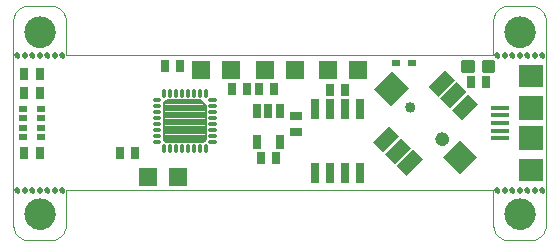
<source format=gts>
G75*
%MOIN*%
%OFA0B0*%
%FSLAX24Y24*%
%IPPOS*%
%LPD*%
%AMOC8*
5,1,8,0,0,1.08239X$1,22.5*
%
%ADD10C,0.0000*%
%ADD11C,0.1040*%
%ADD12C,0.0190*%
%ADD13R,0.0768X0.0473*%
%ADD14R,0.0827X0.0788*%
%ADD15C,0.0335*%
%ADD16C,0.0453*%
%ADD17R,0.0591X0.0178*%
%ADD18R,0.0788X0.0749*%
%ADD19R,0.0788X0.0788*%
%ADD20R,0.0276X0.0650*%
%ADD21R,0.0257X0.0512*%
%ADD22C,0.0130*%
%ADD23R,0.0640X0.0640*%
%ADD24R,0.0316X0.0237*%
%ADD25R,0.0316X0.0394*%
%ADD26R,0.0394X0.0316*%
%ADD27C,0.0138*%
%ADD28C,0.0079*%
%ADD29R,0.0316X0.0217*%
D10*
X004943Y002737D02*
X005693Y002737D01*
X005737Y002739D01*
X005780Y002745D01*
X005822Y002754D01*
X005864Y002767D01*
X005904Y002784D01*
X005943Y002804D01*
X005980Y002827D01*
X006014Y002854D01*
X006047Y002883D01*
X006076Y002916D01*
X006103Y002950D01*
X006126Y002987D01*
X006146Y003026D01*
X006163Y003066D01*
X006176Y003108D01*
X006185Y003150D01*
X006191Y003193D01*
X006193Y003237D01*
X006193Y004393D01*
X020443Y004393D01*
X020443Y003237D01*
X020445Y003193D01*
X020451Y003150D01*
X020460Y003108D01*
X020473Y003066D01*
X020490Y003026D01*
X020510Y002987D01*
X020533Y002950D01*
X020560Y002916D01*
X020589Y002883D01*
X020622Y002854D01*
X020656Y002827D01*
X020693Y002804D01*
X020732Y002784D01*
X020772Y002767D01*
X020814Y002754D01*
X020856Y002745D01*
X020899Y002739D01*
X020943Y002737D01*
X021693Y002737D01*
X021737Y002739D01*
X021780Y002745D01*
X021822Y002754D01*
X021864Y002767D01*
X021904Y002784D01*
X021943Y002804D01*
X021980Y002827D01*
X022014Y002854D01*
X022047Y002883D01*
X022076Y002916D01*
X022103Y002950D01*
X022126Y002987D01*
X022146Y003026D01*
X022163Y003066D01*
X022176Y003108D01*
X022185Y003150D01*
X022191Y003193D01*
X022193Y003237D01*
X022193Y010050D01*
X022191Y010094D01*
X022185Y010137D01*
X022176Y010179D01*
X022163Y010221D01*
X022146Y010261D01*
X022126Y010300D01*
X022103Y010337D01*
X022076Y010371D01*
X022047Y010404D01*
X022014Y010433D01*
X021980Y010460D01*
X021943Y010483D01*
X021904Y010503D01*
X021864Y010520D01*
X021822Y010533D01*
X021780Y010542D01*
X021737Y010548D01*
X021693Y010550D01*
X020943Y010550D01*
X020899Y010548D01*
X020856Y010542D01*
X020814Y010533D01*
X020772Y010520D01*
X020732Y010503D01*
X020693Y010483D01*
X020656Y010460D01*
X020622Y010433D01*
X020589Y010404D01*
X020560Y010371D01*
X020533Y010337D01*
X020510Y010300D01*
X020490Y010261D01*
X020473Y010221D01*
X020460Y010179D01*
X020451Y010137D01*
X020445Y010094D01*
X020443Y010050D01*
X020443Y008893D01*
X006193Y008893D01*
X006193Y010050D01*
X006191Y010094D01*
X006185Y010137D01*
X006176Y010179D01*
X006163Y010221D01*
X006146Y010261D01*
X006126Y010300D01*
X006103Y010337D01*
X006076Y010371D01*
X006047Y010404D01*
X006014Y010433D01*
X005980Y010460D01*
X005943Y010483D01*
X005904Y010503D01*
X005864Y010520D01*
X005822Y010533D01*
X005780Y010542D01*
X005737Y010548D01*
X005693Y010550D01*
X004943Y010550D01*
X004899Y010548D01*
X004856Y010542D01*
X004814Y010533D01*
X004772Y010520D01*
X004732Y010503D01*
X004693Y010483D01*
X004656Y010460D01*
X004622Y010433D01*
X004589Y010404D01*
X004560Y010371D01*
X004533Y010337D01*
X004510Y010300D01*
X004490Y010261D01*
X004473Y010221D01*
X004460Y010179D01*
X004451Y010137D01*
X004445Y010094D01*
X004443Y010050D01*
X004443Y003237D01*
X004445Y003193D01*
X004451Y003150D01*
X004460Y003108D01*
X004473Y003066D01*
X004490Y003026D01*
X004510Y002987D01*
X004533Y002950D01*
X004560Y002916D01*
X004589Y002883D01*
X004622Y002854D01*
X004656Y002827D01*
X004693Y002804D01*
X004732Y002784D01*
X004772Y002767D01*
X004814Y002754D01*
X004856Y002745D01*
X004899Y002739D01*
X004943Y002737D01*
X004818Y003612D02*
X004820Y003656D01*
X004826Y003700D01*
X004836Y003743D01*
X004849Y003785D01*
X004866Y003826D01*
X004887Y003865D01*
X004911Y003902D01*
X004938Y003937D01*
X004968Y003969D01*
X005001Y003999D01*
X005037Y004025D01*
X005074Y004049D01*
X005114Y004068D01*
X005155Y004085D01*
X005198Y004097D01*
X005241Y004106D01*
X005285Y004111D01*
X005329Y004112D01*
X005373Y004109D01*
X005417Y004102D01*
X005460Y004091D01*
X005502Y004077D01*
X005542Y004059D01*
X005581Y004037D01*
X005617Y004013D01*
X005651Y003985D01*
X005683Y003954D01*
X005712Y003920D01*
X005738Y003884D01*
X005760Y003846D01*
X005779Y003806D01*
X005794Y003764D01*
X005806Y003722D01*
X005814Y003678D01*
X005818Y003634D01*
X005818Y003590D01*
X005814Y003546D01*
X005806Y003502D01*
X005794Y003460D01*
X005779Y003418D01*
X005760Y003378D01*
X005738Y003340D01*
X005712Y003304D01*
X005683Y003270D01*
X005651Y003239D01*
X005617Y003211D01*
X005581Y003187D01*
X005542Y003165D01*
X005502Y003147D01*
X005460Y003133D01*
X005417Y003122D01*
X005373Y003115D01*
X005329Y003112D01*
X005285Y003113D01*
X005241Y003118D01*
X005198Y003127D01*
X005155Y003139D01*
X005114Y003156D01*
X005074Y003175D01*
X005037Y003199D01*
X005001Y003225D01*
X004968Y003255D01*
X004938Y003287D01*
X004911Y003322D01*
X004887Y003359D01*
X004866Y003398D01*
X004849Y003439D01*
X004836Y003481D01*
X004826Y003524D01*
X004820Y003568D01*
X004818Y003612D01*
X004743Y004393D02*
X004745Y004410D01*
X004750Y004426D01*
X004759Y004440D01*
X004771Y004452D01*
X004785Y004461D01*
X004801Y004466D01*
X004818Y004468D01*
X004835Y004466D01*
X004851Y004461D01*
X004865Y004452D01*
X004877Y004440D01*
X004886Y004426D01*
X004891Y004410D01*
X004893Y004393D01*
X004891Y004376D01*
X004886Y004360D01*
X004877Y004346D01*
X004865Y004334D01*
X004851Y004325D01*
X004835Y004320D01*
X004818Y004318D01*
X004801Y004320D01*
X004785Y004325D01*
X004771Y004334D01*
X004759Y004346D01*
X004750Y004360D01*
X004745Y004376D01*
X004743Y004393D01*
X004493Y004393D02*
X004495Y004410D01*
X004500Y004426D01*
X004509Y004440D01*
X004521Y004452D01*
X004535Y004461D01*
X004551Y004466D01*
X004568Y004468D01*
X004585Y004466D01*
X004601Y004461D01*
X004615Y004452D01*
X004627Y004440D01*
X004636Y004426D01*
X004641Y004410D01*
X004643Y004393D01*
X004641Y004376D01*
X004636Y004360D01*
X004627Y004346D01*
X004615Y004334D01*
X004601Y004325D01*
X004585Y004320D01*
X004568Y004318D01*
X004551Y004320D01*
X004535Y004325D01*
X004521Y004334D01*
X004509Y004346D01*
X004500Y004360D01*
X004495Y004376D01*
X004493Y004393D01*
X004993Y004393D02*
X004995Y004410D01*
X005000Y004426D01*
X005009Y004440D01*
X005021Y004452D01*
X005035Y004461D01*
X005051Y004466D01*
X005068Y004468D01*
X005085Y004466D01*
X005101Y004461D01*
X005115Y004452D01*
X005127Y004440D01*
X005136Y004426D01*
X005141Y004410D01*
X005143Y004393D01*
X005141Y004376D01*
X005136Y004360D01*
X005127Y004346D01*
X005115Y004334D01*
X005101Y004325D01*
X005085Y004320D01*
X005068Y004318D01*
X005051Y004320D01*
X005035Y004325D01*
X005021Y004334D01*
X005009Y004346D01*
X005000Y004360D01*
X004995Y004376D01*
X004993Y004393D01*
X005243Y004393D02*
X005245Y004410D01*
X005250Y004426D01*
X005259Y004440D01*
X005271Y004452D01*
X005285Y004461D01*
X005301Y004466D01*
X005318Y004468D01*
X005335Y004466D01*
X005351Y004461D01*
X005365Y004452D01*
X005377Y004440D01*
X005386Y004426D01*
X005391Y004410D01*
X005393Y004393D01*
X005391Y004376D01*
X005386Y004360D01*
X005377Y004346D01*
X005365Y004334D01*
X005351Y004325D01*
X005335Y004320D01*
X005318Y004318D01*
X005301Y004320D01*
X005285Y004325D01*
X005271Y004334D01*
X005259Y004346D01*
X005250Y004360D01*
X005245Y004376D01*
X005243Y004393D01*
X005493Y004393D02*
X005495Y004410D01*
X005500Y004426D01*
X005509Y004440D01*
X005521Y004452D01*
X005535Y004461D01*
X005551Y004466D01*
X005568Y004468D01*
X005585Y004466D01*
X005601Y004461D01*
X005615Y004452D01*
X005627Y004440D01*
X005636Y004426D01*
X005641Y004410D01*
X005643Y004393D01*
X005641Y004376D01*
X005636Y004360D01*
X005627Y004346D01*
X005615Y004334D01*
X005601Y004325D01*
X005585Y004320D01*
X005568Y004318D01*
X005551Y004320D01*
X005535Y004325D01*
X005521Y004334D01*
X005509Y004346D01*
X005500Y004360D01*
X005495Y004376D01*
X005493Y004393D01*
X005743Y004393D02*
X005745Y004410D01*
X005750Y004426D01*
X005759Y004440D01*
X005771Y004452D01*
X005785Y004461D01*
X005801Y004466D01*
X005818Y004468D01*
X005835Y004466D01*
X005851Y004461D01*
X005865Y004452D01*
X005877Y004440D01*
X005886Y004426D01*
X005891Y004410D01*
X005893Y004393D01*
X005891Y004376D01*
X005886Y004360D01*
X005877Y004346D01*
X005865Y004334D01*
X005851Y004325D01*
X005835Y004320D01*
X005818Y004318D01*
X005801Y004320D01*
X005785Y004325D01*
X005771Y004334D01*
X005759Y004346D01*
X005750Y004360D01*
X005745Y004376D01*
X005743Y004393D01*
X005993Y004393D02*
X005995Y004410D01*
X006000Y004426D01*
X006009Y004440D01*
X006021Y004452D01*
X006035Y004461D01*
X006051Y004466D01*
X006068Y004468D01*
X006085Y004466D01*
X006101Y004461D01*
X006115Y004452D01*
X006127Y004440D01*
X006136Y004426D01*
X006141Y004410D01*
X006143Y004393D01*
X006141Y004376D01*
X006136Y004360D01*
X006127Y004346D01*
X006115Y004334D01*
X006101Y004325D01*
X006085Y004320D01*
X006068Y004318D01*
X006051Y004320D01*
X006035Y004325D01*
X006021Y004334D01*
X006009Y004346D01*
X006000Y004360D01*
X005995Y004376D01*
X005993Y004393D01*
X005993Y008893D02*
X005995Y008910D01*
X006000Y008926D01*
X006009Y008940D01*
X006021Y008952D01*
X006035Y008961D01*
X006051Y008966D01*
X006068Y008968D01*
X006085Y008966D01*
X006101Y008961D01*
X006115Y008952D01*
X006127Y008940D01*
X006136Y008926D01*
X006141Y008910D01*
X006143Y008893D01*
X006141Y008876D01*
X006136Y008860D01*
X006127Y008846D01*
X006115Y008834D01*
X006101Y008825D01*
X006085Y008820D01*
X006068Y008818D01*
X006051Y008820D01*
X006035Y008825D01*
X006021Y008834D01*
X006009Y008846D01*
X006000Y008860D01*
X005995Y008876D01*
X005993Y008893D01*
X005743Y008893D02*
X005745Y008910D01*
X005750Y008926D01*
X005759Y008940D01*
X005771Y008952D01*
X005785Y008961D01*
X005801Y008966D01*
X005818Y008968D01*
X005835Y008966D01*
X005851Y008961D01*
X005865Y008952D01*
X005877Y008940D01*
X005886Y008926D01*
X005891Y008910D01*
X005893Y008893D01*
X005891Y008876D01*
X005886Y008860D01*
X005877Y008846D01*
X005865Y008834D01*
X005851Y008825D01*
X005835Y008820D01*
X005818Y008818D01*
X005801Y008820D01*
X005785Y008825D01*
X005771Y008834D01*
X005759Y008846D01*
X005750Y008860D01*
X005745Y008876D01*
X005743Y008893D01*
X005493Y008893D02*
X005495Y008910D01*
X005500Y008926D01*
X005509Y008940D01*
X005521Y008952D01*
X005535Y008961D01*
X005551Y008966D01*
X005568Y008968D01*
X005585Y008966D01*
X005601Y008961D01*
X005615Y008952D01*
X005627Y008940D01*
X005636Y008926D01*
X005641Y008910D01*
X005643Y008893D01*
X005641Y008876D01*
X005636Y008860D01*
X005627Y008846D01*
X005615Y008834D01*
X005601Y008825D01*
X005585Y008820D01*
X005568Y008818D01*
X005551Y008820D01*
X005535Y008825D01*
X005521Y008834D01*
X005509Y008846D01*
X005500Y008860D01*
X005495Y008876D01*
X005493Y008893D01*
X005243Y008893D02*
X005245Y008910D01*
X005250Y008926D01*
X005259Y008940D01*
X005271Y008952D01*
X005285Y008961D01*
X005301Y008966D01*
X005318Y008968D01*
X005335Y008966D01*
X005351Y008961D01*
X005365Y008952D01*
X005377Y008940D01*
X005386Y008926D01*
X005391Y008910D01*
X005393Y008893D01*
X005391Y008876D01*
X005386Y008860D01*
X005377Y008846D01*
X005365Y008834D01*
X005351Y008825D01*
X005335Y008820D01*
X005318Y008818D01*
X005301Y008820D01*
X005285Y008825D01*
X005271Y008834D01*
X005259Y008846D01*
X005250Y008860D01*
X005245Y008876D01*
X005243Y008893D01*
X004993Y008893D02*
X004995Y008910D01*
X005000Y008926D01*
X005009Y008940D01*
X005021Y008952D01*
X005035Y008961D01*
X005051Y008966D01*
X005068Y008968D01*
X005085Y008966D01*
X005101Y008961D01*
X005115Y008952D01*
X005127Y008940D01*
X005136Y008926D01*
X005141Y008910D01*
X005143Y008893D01*
X005141Y008876D01*
X005136Y008860D01*
X005127Y008846D01*
X005115Y008834D01*
X005101Y008825D01*
X005085Y008820D01*
X005068Y008818D01*
X005051Y008820D01*
X005035Y008825D01*
X005021Y008834D01*
X005009Y008846D01*
X005000Y008860D01*
X004995Y008876D01*
X004993Y008893D01*
X004743Y008893D02*
X004745Y008910D01*
X004750Y008926D01*
X004759Y008940D01*
X004771Y008952D01*
X004785Y008961D01*
X004801Y008966D01*
X004818Y008968D01*
X004835Y008966D01*
X004851Y008961D01*
X004865Y008952D01*
X004877Y008940D01*
X004886Y008926D01*
X004891Y008910D01*
X004893Y008893D01*
X004891Y008876D01*
X004886Y008860D01*
X004877Y008846D01*
X004865Y008834D01*
X004851Y008825D01*
X004835Y008820D01*
X004818Y008818D01*
X004801Y008820D01*
X004785Y008825D01*
X004771Y008834D01*
X004759Y008846D01*
X004750Y008860D01*
X004745Y008876D01*
X004743Y008893D01*
X004493Y008893D02*
X004495Y008910D01*
X004500Y008926D01*
X004509Y008940D01*
X004521Y008952D01*
X004535Y008961D01*
X004551Y008966D01*
X004568Y008968D01*
X004585Y008966D01*
X004601Y008961D01*
X004615Y008952D01*
X004627Y008940D01*
X004636Y008926D01*
X004641Y008910D01*
X004643Y008893D01*
X004641Y008876D01*
X004636Y008860D01*
X004627Y008846D01*
X004615Y008834D01*
X004601Y008825D01*
X004585Y008820D01*
X004568Y008818D01*
X004551Y008820D01*
X004535Y008825D01*
X004521Y008834D01*
X004509Y008846D01*
X004500Y008860D01*
X004495Y008876D01*
X004493Y008893D01*
X004818Y009675D02*
X004820Y009719D01*
X004826Y009763D01*
X004836Y009806D01*
X004849Y009848D01*
X004866Y009889D01*
X004887Y009928D01*
X004911Y009965D01*
X004938Y010000D01*
X004968Y010032D01*
X005001Y010062D01*
X005037Y010088D01*
X005074Y010112D01*
X005114Y010131D01*
X005155Y010148D01*
X005198Y010160D01*
X005241Y010169D01*
X005285Y010174D01*
X005329Y010175D01*
X005373Y010172D01*
X005417Y010165D01*
X005460Y010154D01*
X005502Y010140D01*
X005542Y010122D01*
X005581Y010100D01*
X005617Y010076D01*
X005651Y010048D01*
X005683Y010017D01*
X005712Y009983D01*
X005738Y009947D01*
X005760Y009909D01*
X005779Y009869D01*
X005794Y009827D01*
X005806Y009785D01*
X005814Y009741D01*
X005818Y009697D01*
X005818Y009653D01*
X005814Y009609D01*
X005806Y009565D01*
X005794Y009523D01*
X005779Y009481D01*
X005760Y009441D01*
X005738Y009403D01*
X005712Y009367D01*
X005683Y009333D01*
X005651Y009302D01*
X005617Y009274D01*
X005581Y009250D01*
X005542Y009228D01*
X005502Y009210D01*
X005460Y009196D01*
X005417Y009185D01*
X005373Y009178D01*
X005329Y009175D01*
X005285Y009176D01*
X005241Y009181D01*
X005198Y009190D01*
X005155Y009202D01*
X005114Y009219D01*
X005074Y009238D01*
X005037Y009262D01*
X005001Y009288D01*
X004968Y009318D01*
X004938Y009350D01*
X004911Y009385D01*
X004887Y009422D01*
X004866Y009461D01*
X004849Y009502D01*
X004836Y009544D01*
X004826Y009587D01*
X004820Y009631D01*
X004818Y009675D01*
X017516Y007172D02*
X017518Y007196D01*
X017524Y007219D01*
X017533Y007241D01*
X017546Y007261D01*
X017561Y007279D01*
X017580Y007294D01*
X017601Y007306D01*
X017623Y007314D01*
X017646Y007319D01*
X017670Y007320D01*
X017694Y007317D01*
X017716Y007310D01*
X017738Y007300D01*
X017758Y007287D01*
X017775Y007270D01*
X017789Y007251D01*
X017800Y007230D01*
X017808Y007207D01*
X017812Y007184D01*
X017812Y007160D01*
X017808Y007137D01*
X017800Y007114D01*
X017789Y007093D01*
X017775Y007074D01*
X017758Y007057D01*
X017738Y007044D01*
X017716Y007034D01*
X017694Y007027D01*
X017670Y007024D01*
X017646Y007025D01*
X017623Y007030D01*
X017601Y007038D01*
X017580Y007050D01*
X017561Y007065D01*
X017546Y007083D01*
X017533Y007103D01*
X017524Y007125D01*
X017518Y007148D01*
X017516Y007172D01*
X018515Y006114D02*
X018517Y006142D01*
X018523Y006170D01*
X018532Y006196D01*
X018545Y006222D01*
X018561Y006245D01*
X018581Y006265D01*
X018603Y006283D01*
X018627Y006298D01*
X018653Y006309D01*
X018680Y006317D01*
X018708Y006321D01*
X018736Y006321D01*
X018764Y006317D01*
X018791Y006309D01*
X018817Y006298D01*
X018841Y006283D01*
X018863Y006265D01*
X018883Y006245D01*
X018899Y006222D01*
X018912Y006196D01*
X018921Y006170D01*
X018927Y006142D01*
X018929Y006114D01*
X018927Y006086D01*
X018921Y006058D01*
X018912Y006032D01*
X018899Y006006D01*
X018883Y005983D01*
X018863Y005963D01*
X018841Y005945D01*
X018817Y005930D01*
X018791Y005919D01*
X018764Y005911D01*
X018736Y005907D01*
X018708Y005907D01*
X018680Y005911D01*
X018653Y005919D01*
X018627Y005930D01*
X018603Y005945D01*
X018581Y005963D01*
X018561Y005983D01*
X018545Y006006D01*
X018532Y006032D01*
X018523Y006058D01*
X018517Y006086D01*
X018515Y006114D01*
X020493Y004393D02*
X020495Y004410D01*
X020500Y004426D01*
X020509Y004440D01*
X020521Y004452D01*
X020535Y004461D01*
X020551Y004466D01*
X020568Y004468D01*
X020585Y004466D01*
X020601Y004461D01*
X020615Y004452D01*
X020627Y004440D01*
X020636Y004426D01*
X020641Y004410D01*
X020643Y004393D01*
X020641Y004376D01*
X020636Y004360D01*
X020627Y004346D01*
X020615Y004334D01*
X020601Y004325D01*
X020585Y004320D01*
X020568Y004318D01*
X020551Y004320D01*
X020535Y004325D01*
X020521Y004334D01*
X020509Y004346D01*
X020500Y004360D01*
X020495Y004376D01*
X020493Y004393D01*
X020743Y004393D02*
X020745Y004410D01*
X020750Y004426D01*
X020759Y004440D01*
X020771Y004452D01*
X020785Y004461D01*
X020801Y004466D01*
X020818Y004468D01*
X020835Y004466D01*
X020851Y004461D01*
X020865Y004452D01*
X020877Y004440D01*
X020886Y004426D01*
X020891Y004410D01*
X020893Y004393D01*
X020891Y004376D01*
X020886Y004360D01*
X020877Y004346D01*
X020865Y004334D01*
X020851Y004325D01*
X020835Y004320D01*
X020818Y004318D01*
X020801Y004320D01*
X020785Y004325D01*
X020771Y004334D01*
X020759Y004346D01*
X020750Y004360D01*
X020745Y004376D01*
X020743Y004393D01*
X020993Y004393D02*
X020995Y004410D01*
X021000Y004426D01*
X021009Y004440D01*
X021021Y004452D01*
X021035Y004461D01*
X021051Y004466D01*
X021068Y004468D01*
X021085Y004466D01*
X021101Y004461D01*
X021115Y004452D01*
X021127Y004440D01*
X021136Y004426D01*
X021141Y004410D01*
X021143Y004393D01*
X021141Y004376D01*
X021136Y004360D01*
X021127Y004346D01*
X021115Y004334D01*
X021101Y004325D01*
X021085Y004320D01*
X021068Y004318D01*
X021051Y004320D01*
X021035Y004325D01*
X021021Y004334D01*
X021009Y004346D01*
X021000Y004360D01*
X020995Y004376D01*
X020993Y004393D01*
X021243Y004393D02*
X021245Y004410D01*
X021250Y004426D01*
X021259Y004440D01*
X021271Y004452D01*
X021285Y004461D01*
X021301Y004466D01*
X021318Y004468D01*
X021335Y004466D01*
X021351Y004461D01*
X021365Y004452D01*
X021377Y004440D01*
X021386Y004426D01*
X021391Y004410D01*
X021393Y004393D01*
X021391Y004376D01*
X021386Y004360D01*
X021377Y004346D01*
X021365Y004334D01*
X021351Y004325D01*
X021335Y004320D01*
X021318Y004318D01*
X021301Y004320D01*
X021285Y004325D01*
X021271Y004334D01*
X021259Y004346D01*
X021250Y004360D01*
X021245Y004376D01*
X021243Y004393D01*
X021493Y004393D02*
X021495Y004410D01*
X021500Y004426D01*
X021509Y004440D01*
X021521Y004452D01*
X021535Y004461D01*
X021551Y004466D01*
X021568Y004468D01*
X021585Y004466D01*
X021601Y004461D01*
X021615Y004452D01*
X021627Y004440D01*
X021636Y004426D01*
X021641Y004410D01*
X021643Y004393D01*
X021641Y004376D01*
X021636Y004360D01*
X021627Y004346D01*
X021615Y004334D01*
X021601Y004325D01*
X021585Y004320D01*
X021568Y004318D01*
X021551Y004320D01*
X021535Y004325D01*
X021521Y004334D01*
X021509Y004346D01*
X021500Y004360D01*
X021495Y004376D01*
X021493Y004393D01*
X021743Y004393D02*
X021745Y004410D01*
X021750Y004426D01*
X021759Y004440D01*
X021771Y004452D01*
X021785Y004461D01*
X021801Y004466D01*
X021818Y004468D01*
X021835Y004466D01*
X021851Y004461D01*
X021865Y004452D01*
X021877Y004440D01*
X021886Y004426D01*
X021891Y004410D01*
X021893Y004393D01*
X021891Y004376D01*
X021886Y004360D01*
X021877Y004346D01*
X021865Y004334D01*
X021851Y004325D01*
X021835Y004320D01*
X021818Y004318D01*
X021801Y004320D01*
X021785Y004325D01*
X021771Y004334D01*
X021759Y004346D01*
X021750Y004360D01*
X021745Y004376D01*
X021743Y004393D01*
X021993Y004393D02*
X021995Y004410D01*
X022000Y004426D01*
X022009Y004440D01*
X022021Y004452D01*
X022035Y004461D01*
X022051Y004466D01*
X022068Y004468D01*
X022085Y004466D01*
X022101Y004461D01*
X022115Y004452D01*
X022127Y004440D01*
X022136Y004426D01*
X022141Y004410D01*
X022143Y004393D01*
X022141Y004376D01*
X022136Y004360D01*
X022127Y004346D01*
X022115Y004334D01*
X022101Y004325D01*
X022085Y004320D01*
X022068Y004318D01*
X022051Y004320D01*
X022035Y004325D01*
X022021Y004334D01*
X022009Y004346D01*
X022000Y004360D01*
X021995Y004376D01*
X021993Y004393D01*
X020818Y003612D02*
X020820Y003656D01*
X020826Y003700D01*
X020836Y003743D01*
X020849Y003785D01*
X020866Y003826D01*
X020887Y003865D01*
X020911Y003902D01*
X020938Y003937D01*
X020968Y003969D01*
X021001Y003999D01*
X021037Y004025D01*
X021074Y004049D01*
X021114Y004068D01*
X021155Y004085D01*
X021198Y004097D01*
X021241Y004106D01*
X021285Y004111D01*
X021329Y004112D01*
X021373Y004109D01*
X021417Y004102D01*
X021460Y004091D01*
X021502Y004077D01*
X021542Y004059D01*
X021581Y004037D01*
X021617Y004013D01*
X021651Y003985D01*
X021683Y003954D01*
X021712Y003920D01*
X021738Y003884D01*
X021760Y003846D01*
X021779Y003806D01*
X021794Y003764D01*
X021806Y003722D01*
X021814Y003678D01*
X021818Y003634D01*
X021818Y003590D01*
X021814Y003546D01*
X021806Y003502D01*
X021794Y003460D01*
X021779Y003418D01*
X021760Y003378D01*
X021738Y003340D01*
X021712Y003304D01*
X021683Y003270D01*
X021651Y003239D01*
X021617Y003211D01*
X021581Y003187D01*
X021542Y003165D01*
X021502Y003147D01*
X021460Y003133D01*
X021417Y003122D01*
X021373Y003115D01*
X021329Y003112D01*
X021285Y003113D01*
X021241Y003118D01*
X021198Y003127D01*
X021155Y003139D01*
X021114Y003156D01*
X021074Y003175D01*
X021037Y003199D01*
X021001Y003225D01*
X020968Y003255D01*
X020938Y003287D01*
X020911Y003322D01*
X020887Y003359D01*
X020866Y003398D01*
X020849Y003439D01*
X020836Y003481D01*
X020826Y003524D01*
X020820Y003568D01*
X020818Y003612D01*
X020743Y008893D02*
X020745Y008910D01*
X020750Y008926D01*
X020759Y008940D01*
X020771Y008952D01*
X020785Y008961D01*
X020801Y008966D01*
X020818Y008968D01*
X020835Y008966D01*
X020851Y008961D01*
X020865Y008952D01*
X020877Y008940D01*
X020886Y008926D01*
X020891Y008910D01*
X020893Y008893D01*
X020891Y008876D01*
X020886Y008860D01*
X020877Y008846D01*
X020865Y008834D01*
X020851Y008825D01*
X020835Y008820D01*
X020818Y008818D01*
X020801Y008820D01*
X020785Y008825D01*
X020771Y008834D01*
X020759Y008846D01*
X020750Y008860D01*
X020745Y008876D01*
X020743Y008893D01*
X020493Y008893D02*
X020495Y008910D01*
X020500Y008926D01*
X020509Y008940D01*
X020521Y008952D01*
X020535Y008961D01*
X020551Y008966D01*
X020568Y008968D01*
X020585Y008966D01*
X020601Y008961D01*
X020615Y008952D01*
X020627Y008940D01*
X020636Y008926D01*
X020641Y008910D01*
X020643Y008893D01*
X020641Y008876D01*
X020636Y008860D01*
X020627Y008846D01*
X020615Y008834D01*
X020601Y008825D01*
X020585Y008820D01*
X020568Y008818D01*
X020551Y008820D01*
X020535Y008825D01*
X020521Y008834D01*
X020509Y008846D01*
X020500Y008860D01*
X020495Y008876D01*
X020493Y008893D01*
X020993Y008893D02*
X020995Y008910D01*
X021000Y008926D01*
X021009Y008940D01*
X021021Y008952D01*
X021035Y008961D01*
X021051Y008966D01*
X021068Y008968D01*
X021085Y008966D01*
X021101Y008961D01*
X021115Y008952D01*
X021127Y008940D01*
X021136Y008926D01*
X021141Y008910D01*
X021143Y008893D01*
X021141Y008876D01*
X021136Y008860D01*
X021127Y008846D01*
X021115Y008834D01*
X021101Y008825D01*
X021085Y008820D01*
X021068Y008818D01*
X021051Y008820D01*
X021035Y008825D01*
X021021Y008834D01*
X021009Y008846D01*
X021000Y008860D01*
X020995Y008876D01*
X020993Y008893D01*
X021243Y008893D02*
X021245Y008910D01*
X021250Y008926D01*
X021259Y008940D01*
X021271Y008952D01*
X021285Y008961D01*
X021301Y008966D01*
X021318Y008968D01*
X021335Y008966D01*
X021351Y008961D01*
X021365Y008952D01*
X021377Y008940D01*
X021386Y008926D01*
X021391Y008910D01*
X021393Y008893D01*
X021391Y008876D01*
X021386Y008860D01*
X021377Y008846D01*
X021365Y008834D01*
X021351Y008825D01*
X021335Y008820D01*
X021318Y008818D01*
X021301Y008820D01*
X021285Y008825D01*
X021271Y008834D01*
X021259Y008846D01*
X021250Y008860D01*
X021245Y008876D01*
X021243Y008893D01*
X021493Y008893D02*
X021495Y008910D01*
X021500Y008926D01*
X021509Y008940D01*
X021521Y008952D01*
X021535Y008961D01*
X021551Y008966D01*
X021568Y008968D01*
X021585Y008966D01*
X021601Y008961D01*
X021615Y008952D01*
X021627Y008940D01*
X021636Y008926D01*
X021641Y008910D01*
X021643Y008893D01*
X021641Y008876D01*
X021636Y008860D01*
X021627Y008846D01*
X021615Y008834D01*
X021601Y008825D01*
X021585Y008820D01*
X021568Y008818D01*
X021551Y008820D01*
X021535Y008825D01*
X021521Y008834D01*
X021509Y008846D01*
X021500Y008860D01*
X021495Y008876D01*
X021493Y008893D01*
X021743Y008893D02*
X021745Y008910D01*
X021750Y008926D01*
X021759Y008940D01*
X021771Y008952D01*
X021785Y008961D01*
X021801Y008966D01*
X021818Y008968D01*
X021835Y008966D01*
X021851Y008961D01*
X021865Y008952D01*
X021877Y008940D01*
X021886Y008926D01*
X021891Y008910D01*
X021893Y008893D01*
X021891Y008876D01*
X021886Y008860D01*
X021877Y008846D01*
X021865Y008834D01*
X021851Y008825D01*
X021835Y008820D01*
X021818Y008818D01*
X021801Y008820D01*
X021785Y008825D01*
X021771Y008834D01*
X021759Y008846D01*
X021750Y008860D01*
X021745Y008876D01*
X021743Y008893D01*
X021993Y008893D02*
X021995Y008910D01*
X022000Y008926D01*
X022009Y008940D01*
X022021Y008952D01*
X022035Y008961D01*
X022051Y008966D01*
X022068Y008968D01*
X022085Y008966D01*
X022101Y008961D01*
X022115Y008952D01*
X022127Y008940D01*
X022136Y008926D01*
X022141Y008910D01*
X022143Y008893D01*
X022141Y008876D01*
X022136Y008860D01*
X022127Y008846D01*
X022115Y008834D01*
X022101Y008825D01*
X022085Y008820D01*
X022068Y008818D01*
X022051Y008820D01*
X022035Y008825D01*
X022021Y008834D01*
X022009Y008846D01*
X022000Y008860D01*
X021995Y008876D01*
X021993Y008893D01*
X020818Y009675D02*
X020820Y009719D01*
X020826Y009763D01*
X020836Y009806D01*
X020849Y009848D01*
X020866Y009889D01*
X020887Y009928D01*
X020911Y009965D01*
X020938Y010000D01*
X020968Y010032D01*
X021001Y010062D01*
X021037Y010088D01*
X021074Y010112D01*
X021114Y010131D01*
X021155Y010148D01*
X021198Y010160D01*
X021241Y010169D01*
X021285Y010174D01*
X021329Y010175D01*
X021373Y010172D01*
X021417Y010165D01*
X021460Y010154D01*
X021502Y010140D01*
X021542Y010122D01*
X021581Y010100D01*
X021617Y010076D01*
X021651Y010048D01*
X021683Y010017D01*
X021712Y009983D01*
X021738Y009947D01*
X021760Y009909D01*
X021779Y009869D01*
X021794Y009827D01*
X021806Y009785D01*
X021814Y009741D01*
X021818Y009697D01*
X021818Y009653D01*
X021814Y009609D01*
X021806Y009565D01*
X021794Y009523D01*
X021779Y009481D01*
X021760Y009441D01*
X021738Y009403D01*
X021712Y009367D01*
X021683Y009333D01*
X021651Y009302D01*
X021617Y009274D01*
X021581Y009250D01*
X021542Y009228D01*
X021502Y009210D01*
X021460Y009196D01*
X021417Y009185D01*
X021373Y009178D01*
X021329Y009175D01*
X021285Y009176D01*
X021241Y009181D01*
X021198Y009190D01*
X021155Y009202D01*
X021114Y009219D01*
X021074Y009238D01*
X021037Y009262D01*
X021001Y009288D01*
X020968Y009318D01*
X020938Y009350D01*
X020911Y009385D01*
X020887Y009422D01*
X020866Y009461D01*
X020849Y009502D01*
X020836Y009544D01*
X020826Y009587D01*
X020820Y009631D01*
X020818Y009675D01*
D11*
X021318Y009675D03*
X021318Y003612D03*
X005318Y003612D03*
X005318Y009675D03*
D12*
X005318Y008893D03*
X005568Y008893D03*
X005818Y008893D03*
X006068Y008893D03*
X005068Y008893D03*
X004818Y008893D03*
X004568Y008893D03*
X004568Y004393D03*
X004818Y004393D03*
X005068Y004393D03*
X005318Y004393D03*
X005568Y004393D03*
X005818Y004393D03*
X006068Y004393D03*
X020568Y004393D03*
X020818Y004393D03*
X021068Y004393D03*
X021318Y004393D03*
X021568Y004393D03*
X021818Y004393D03*
X022068Y004393D03*
X022068Y008893D03*
X021818Y008893D03*
X021568Y008893D03*
X021318Y008893D03*
X021068Y008893D03*
X020818Y008893D03*
X020568Y008893D03*
D13*
G36*
X019167Y008063D02*
X018625Y007521D01*
X018291Y007855D01*
X018833Y008397D01*
X019167Y008063D01*
G37*
G36*
X019556Y007673D02*
X019014Y007131D01*
X018680Y007465D01*
X019222Y008007D01*
X019556Y007673D01*
G37*
G36*
X019946Y007283D02*
X019404Y006741D01*
X019070Y007075D01*
X019612Y007617D01*
X019946Y007283D01*
G37*
G36*
X017705Y005822D02*
X017163Y005280D01*
X016829Y005614D01*
X017371Y006156D01*
X017705Y005822D01*
G37*
G36*
X018095Y005432D02*
X017553Y004890D01*
X017219Y005224D01*
X017761Y005766D01*
X018095Y005432D01*
G37*
G36*
X017315Y006211D02*
X016773Y005669D01*
X016439Y006003D01*
X016981Y006545D01*
X017315Y006211D01*
G37*
D14*
G36*
X019904Y005515D02*
X019321Y004932D01*
X018764Y005489D01*
X019347Y006072D01*
X019904Y005515D01*
G37*
G36*
X017621Y007798D02*
X017038Y007215D01*
X016481Y007772D01*
X017064Y008355D01*
X017621Y007798D01*
G37*
D15*
X017664Y007172D03*
D16*
X018722Y006114D03*
D17*
X020650Y006131D03*
X020650Y006387D03*
X020650Y006643D03*
X020650Y006899D03*
X020650Y007155D03*
D18*
X021693Y008218D03*
X021693Y005069D03*
D19*
X021693Y006143D03*
X021693Y007143D03*
D20*
X016005Y007109D03*
X015505Y007109D03*
X015005Y007109D03*
X014505Y007109D03*
X014505Y004983D03*
X015005Y004983D03*
X015505Y004983D03*
X016005Y004983D03*
D21*
X013317Y006006D03*
X012569Y006006D03*
X012569Y007030D03*
X012943Y007030D03*
X013317Y007030D03*
D22*
X019446Y008366D02*
X019446Y008670D01*
X019750Y008670D01*
X019750Y008366D01*
X019446Y008366D01*
X019446Y008495D02*
X019750Y008495D01*
X019750Y008624D02*
X019446Y008624D01*
X020136Y008670D02*
X020136Y008366D01*
X020136Y008670D02*
X020440Y008670D01*
X020440Y008366D01*
X020136Y008366D01*
X020136Y008495D02*
X020440Y008495D01*
X020440Y008624D02*
X020136Y008624D01*
D23*
X015943Y008393D03*
X014943Y008393D03*
X013818Y008393D03*
X012818Y008393D03*
X011693Y008393D03*
X010693Y008393D03*
X009943Y004831D03*
X008943Y004831D03*
D24*
X017207Y008643D03*
X017718Y008643D03*
D25*
X019687Y008018D03*
X020199Y008018D03*
X015511Y007737D03*
X014999Y007737D03*
X013136Y007768D03*
X012624Y007768D03*
X012230Y007768D03*
X011718Y007768D03*
X010011Y008550D03*
X009499Y008550D03*
X005324Y008268D03*
X004812Y008268D03*
X004812Y007643D03*
X005324Y007643D03*
X005324Y005643D03*
X004812Y005643D03*
X007999Y005643D03*
X008511Y005643D03*
X012687Y005487D03*
X013199Y005487D03*
D26*
X013880Y006356D03*
X013880Y006868D03*
D27*
X011166Y006804D02*
X011008Y006804D01*
X011008Y006607D02*
X011166Y006607D01*
X011166Y006411D02*
X011008Y006411D01*
X011008Y006214D02*
X011166Y006214D01*
X011166Y006017D02*
X011008Y006017D01*
X010851Y005859D02*
X010851Y005702D01*
X010654Y005702D02*
X010654Y005859D01*
X010457Y005859D02*
X010457Y005702D01*
X010260Y005702D02*
X010260Y005859D01*
X010063Y005859D02*
X010063Y005702D01*
X009866Y005702D02*
X009866Y005859D01*
X009669Y005859D02*
X009669Y005702D01*
X009473Y005702D02*
X009473Y005859D01*
X009315Y006017D02*
X009158Y006017D01*
X009158Y006214D02*
X009315Y006214D01*
X009315Y006411D02*
X009158Y006411D01*
X009158Y006607D02*
X009315Y006607D01*
X009315Y006804D02*
X009158Y006804D01*
X009158Y007001D02*
X009315Y007001D01*
X009315Y007198D02*
X009158Y007198D01*
X009158Y007395D02*
X009315Y007395D01*
X009473Y007552D02*
X009473Y007710D01*
X009669Y007710D02*
X009669Y007552D01*
X009866Y007552D02*
X009866Y007710D01*
X010063Y007710D02*
X010063Y007552D01*
X010260Y007552D02*
X010260Y007710D01*
X010457Y007710D02*
X010457Y007552D01*
X010654Y007552D02*
X010654Y007710D01*
X010851Y007710D02*
X010851Y007552D01*
X011008Y007395D02*
X011166Y007395D01*
X011166Y007198D02*
X011008Y007198D01*
X011008Y007001D02*
X011166Y007001D01*
D28*
X010851Y006987D02*
X009473Y006987D01*
X009473Y006910D02*
X010851Y006910D01*
X010851Y006833D02*
X009473Y006833D01*
X009473Y006755D02*
X010851Y006755D01*
X010851Y006678D02*
X009473Y006678D01*
X009473Y006601D02*
X010851Y006601D01*
X010851Y006524D02*
X009473Y006524D01*
X009473Y006446D02*
X010851Y006446D01*
X010851Y006369D02*
X009473Y006369D01*
X009473Y006292D02*
X010851Y006292D01*
X010851Y006215D02*
X009473Y006215D01*
X009473Y006137D02*
X010851Y006137D01*
X010851Y006115D02*
X010847Y006090D01*
X010837Y006066D01*
X010822Y006046D01*
X010801Y006030D01*
X010778Y006020D01*
X010752Y006017D01*
X009571Y006017D01*
X009546Y006020D01*
X009522Y006030D01*
X009501Y006046D01*
X009486Y006066D01*
X009476Y006090D01*
X009473Y006115D01*
X009473Y007296D01*
X010752Y007296D01*
X010675Y007373D02*
X009511Y007373D01*
X009501Y007366D02*
X009522Y007382D01*
X009546Y007391D01*
X009571Y007395D01*
X010654Y007395D01*
X010851Y007198D01*
X010851Y006115D01*
X010833Y006060D02*
X009490Y006060D01*
X009473Y007064D02*
X010851Y007064D01*
X010851Y007142D02*
X009473Y007142D01*
X009473Y007219D02*
X010830Y007219D01*
X009501Y007366D02*
X009486Y007346D01*
X009476Y007322D01*
X009473Y007296D01*
D29*
X005373Y007116D03*
X005373Y006801D03*
X005373Y006486D03*
X005373Y006171D03*
X004763Y006171D03*
X004763Y006486D03*
X004763Y006801D03*
X004763Y007116D03*
M02*

</source>
